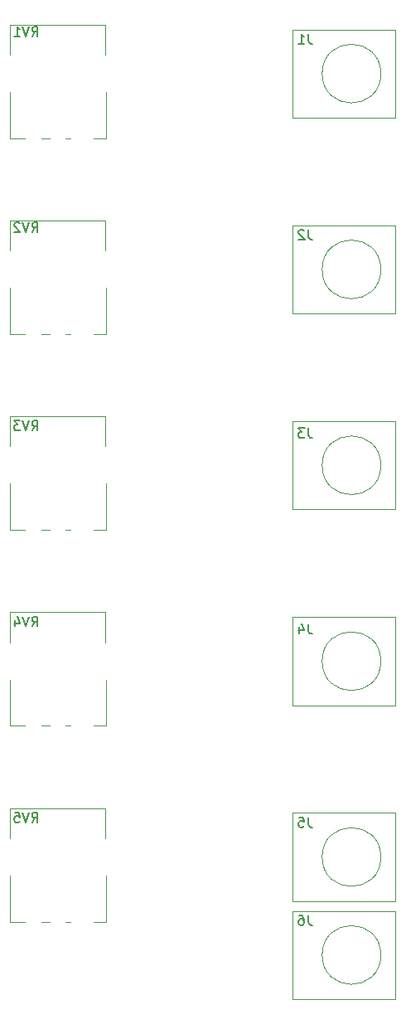
<source format=gbr>
%TF.GenerationSoftware,KiCad,Pcbnew,(6.0.2)*%
%TF.CreationDate,2022-04-27T22:08:36+02:00*%
%TF.ProjectId,4 Channel Mixer,34204368-616e-46e6-956c-204d69786572,1.1*%
%TF.SameCoordinates,Original*%
%TF.FileFunction,Legend,Bot*%
%TF.FilePolarity,Positive*%
%FSLAX46Y46*%
G04 Gerber Fmt 4.6, Leading zero omitted, Abs format (unit mm)*
G04 Created by KiCad (PCBNEW (6.0.2)) date 2022-04-27 22:08:36*
%MOMM*%
%LPD*%
G01*
G04 APERTURE LIST*
%ADD10C,0.150000*%
%ADD11C,0.120000*%
G04 APERTURE END LIST*
D10*
%TO.C,J6*%
X65583333Y-140952380D02*
X65583333Y-141666666D01*
X65630952Y-141809523D01*
X65726190Y-141904761D01*
X65869047Y-141952380D01*
X65964285Y-141952380D01*
X64678571Y-140952380D02*
X64869047Y-140952380D01*
X64964285Y-141000000D01*
X65011904Y-141047619D01*
X65107142Y-141190476D01*
X65154761Y-141380952D01*
X65154761Y-141761904D01*
X65107142Y-141857142D01*
X65059523Y-141904761D01*
X64964285Y-141952380D01*
X64773809Y-141952380D01*
X64678571Y-141904761D01*
X64630952Y-141857142D01*
X64583333Y-141761904D01*
X64583333Y-141523809D01*
X64630952Y-141428571D01*
X64678571Y-141380952D01*
X64773809Y-141333333D01*
X64964285Y-141333333D01*
X65059523Y-141380952D01*
X65107142Y-141428571D01*
X65154761Y-141523809D01*
%TO.C,J5*%
X65583333Y-130952380D02*
X65583333Y-131666666D01*
X65630952Y-131809523D01*
X65726190Y-131904761D01*
X65869047Y-131952380D01*
X65964285Y-131952380D01*
X64630952Y-130952380D02*
X65107142Y-130952380D01*
X65154761Y-131428571D01*
X65107142Y-131380952D01*
X65011904Y-131333333D01*
X64773809Y-131333333D01*
X64678571Y-131380952D01*
X64630952Y-131428571D01*
X64583333Y-131523809D01*
X64583333Y-131761904D01*
X64630952Y-131857142D01*
X64678571Y-131904761D01*
X64773809Y-131952380D01*
X65011904Y-131952380D01*
X65107142Y-131904761D01*
X65154761Y-131857142D01*
%TO.C,RV4*%
X37345238Y-111452380D02*
X37678571Y-110976190D01*
X37916666Y-111452380D02*
X37916666Y-110452380D01*
X37535714Y-110452380D01*
X37440476Y-110500000D01*
X37392857Y-110547619D01*
X37345238Y-110642857D01*
X37345238Y-110785714D01*
X37392857Y-110880952D01*
X37440476Y-110928571D01*
X37535714Y-110976190D01*
X37916666Y-110976190D01*
X37059523Y-110452380D02*
X36726190Y-111452380D01*
X36392857Y-110452380D01*
X35630952Y-110785714D02*
X35630952Y-111452380D01*
X35869047Y-110404761D02*
X36107142Y-111119047D01*
X35488095Y-111119047D01*
%TO.C,RV5*%
X37345238Y-131452380D02*
X37678571Y-130976190D01*
X37916666Y-131452380D02*
X37916666Y-130452380D01*
X37535714Y-130452380D01*
X37440476Y-130500000D01*
X37392857Y-130547619D01*
X37345238Y-130642857D01*
X37345238Y-130785714D01*
X37392857Y-130880952D01*
X37440476Y-130928571D01*
X37535714Y-130976190D01*
X37916666Y-130976190D01*
X37059523Y-130452380D02*
X36726190Y-131452380D01*
X36392857Y-130452380D01*
X35583333Y-130452380D02*
X36059523Y-130452380D01*
X36107142Y-130928571D01*
X36059523Y-130880952D01*
X35964285Y-130833333D01*
X35726190Y-130833333D01*
X35630952Y-130880952D01*
X35583333Y-130928571D01*
X35535714Y-131023809D01*
X35535714Y-131261904D01*
X35583333Y-131357142D01*
X35630952Y-131404761D01*
X35726190Y-131452380D01*
X35964285Y-131452380D01*
X36059523Y-131404761D01*
X36107142Y-131357142D01*
%TO.C,RV3*%
X37345238Y-91452380D02*
X37678571Y-90976190D01*
X37916666Y-91452380D02*
X37916666Y-90452380D01*
X37535714Y-90452380D01*
X37440476Y-90500000D01*
X37392857Y-90547619D01*
X37345238Y-90642857D01*
X37345238Y-90785714D01*
X37392857Y-90880952D01*
X37440476Y-90928571D01*
X37535714Y-90976190D01*
X37916666Y-90976190D01*
X37059523Y-90452380D02*
X36726190Y-91452380D01*
X36392857Y-90452380D01*
X36154761Y-90452380D02*
X35535714Y-90452380D01*
X35869047Y-90833333D01*
X35726190Y-90833333D01*
X35630952Y-90880952D01*
X35583333Y-90928571D01*
X35535714Y-91023809D01*
X35535714Y-91261904D01*
X35583333Y-91357142D01*
X35630952Y-91404761D01*
X35726190Y-91452380D01*
X36011904Y-91452380D01*
X36107142Y-91404761D01*
X36154761Y-91357142D01*
%TO.C,J4*%
X65583333Y-111202380D02*
X65583333Y-111916666D01*
X65630952Y-112059523D01*
X65726190Y-112154761D01*
X65869047Y-112202380D01*
X65964285Y-112202380D01*
X64678571Y-111535714D02*
X64678571Y-112202380D01*
X64916666Y-111154761D02*
X65154761Y-111869047D01*
X64535714Y-111869047D01*
%TO.C,J2*%
X65583333Y-70952380D02*
X65583333Y-71666666D01*
X65630952Y-71809523D01*
X65726190Y-71904761D01*
X65869047Y-71952380D01*
X65964285Y-71952380D01*
X65154761Y-71047619D02*
X65107142Y-71000000D01*
X65011904Y-70952380D01*
X64773809Y-70952380D01*
X64678571Y-71000000D01*
X64630952Y-71047619D01*
X64583333Y-71142857D01*
X64583333Y-71238095D01*
X64630952Y-71380952D01*
X65202380Y-71952380D01*
X64583333Y-71952380D01*
%TO.C,J1*%
X65583333Y-50952380D02*
X65583333Y-51666666D01*
X65630952Y-51809523D01*
X65726190Y-51904761D01*
X65869047Y-51952380D01*
X65964285Y-51952380D01*
X64583333Y-51952380D02*
X65154761Y-51952380D01*
X64869047Y-51952380D02*
X64869047Y-50952380D01*
X64964285Y-51095238D01*
X65059523Y-51190476D01*
X65154761Y-51238095D01*
%TO.C,RV1*%
X37345238Y-51202380D02*
X37678571Y-50726190D01*
X37916666Y-51202380D02*
X37916666Y-50202380D01*
X37535714Y-50202380D01*
X37440476Y-50250000D01*
X37392857Y-50297619D01*
X37345238Y-50392857D01*
X37345238Y-50535714D01*
X37392857Y-50630952D01*
X37440476Y-50678571D01*
X37535714Y-50726190D01*
X37916666Y-50726190D01*
X37059523Y-50202380D02*
X36726190Y-51202380D01*
X36392857Y-50202380D01*
X35535714Y-51202380D02*
X36107142Y-51202380D01*
X35821428Y-51202380D02*
X35821428Y-50202380D01*
X35916666Y-50345238D01*
X36011904Y-50440476D01*
X36107142Y-50488095D01*
%TO.C,J3*%
X65583333Y-91202380D02*
X65583333Y-91916666D01*
X65630952Y-92059523D01*
X65726190Y-92154761D01*
X65869047Y-92202380D01*
X65964285Y-92202380D01*
X65202380Y-91202380D02*
X64583333Y-91202380D01*
X64916666Y-91583333D01*
X64773809Y-91583333D01*
X64678571Y-91630952D01*
X64630952Y-91678571D01*
X64583333Y-91773809D01*
X64583333Y-92011904D01*
X64630952Y-92107142D01*
X64678571Y-92154761D01*
X64773809Y-92202380D01*
X65059523Y-92202380D01*
X65154761Y-92154761D01*
X65202380Y-92107142D01*
%TO.C,RV2*%
X37345238Y-71202380D02*
X37678571Y-70726190D01*
X37916666Y-71202380D02*
X37916666Y-70202380D01*
X37535714Y-70202380D01*
X37440476Y-70250000D01*
X37392857Y-70297619D01*
X37345238Y-70392857D01*
X37345238Y-70535714D01*
X37392857Y-70630952D01*
X37440476Y-70678571D01*
X37535714Y-70726190D01*
X37916666Y-70726190D01*
X37059523Y-70202380D02*
X36726190Y-71202380D01*
X36392857Y-70202380D01*
X36107142Y-70297619D02*
X36059523Y-70250000D01*
X35964285Y-70202380D01*
X35726190Y-70202380D01*
X35630952Y-70250000D01*
X35583333Y-70297619D01*
X35535714Y-70392857D01*
X35535714Y-70488095D01*
X35583333Y-70630952D01*
X36154761Y-71202380D01*
X35535714Y-71202380D01*
D11*
%TO.C,J6*%
X64000000Y-149500000D02*
X74500000Y-149500000D01*
X64000000Y-140500000D02*
X64000000Y-149500000D01*
X74500000Y-140500000D02*
X74500000Y-149500000D01*
X64000000Y-140500000D02*
X74500000Y-140500000D01*
X73000000Y-145000000D02*
G75*
G03*
X73000000Y-145000000I-3000000J0D01*
G01*
%TO.C,J5*%
X64000000Y-130500000D02*
X64000000Y-139500000D01*
X64000000Y-130500000D02*
X74500000Y-130500000D01*
X74500000Y-130500000D02*
X74500000Y-139500000D01*
X64000000Y-139500000D02*
X74500000Y-139500000D01*
X73000000Y-135000000D02*
G75*
G03*
X73000000Y-135000000I-3000000J0D01*
G01*
%TO.C,RV4*%
X44870000Y-113065000D02*
X44870000Y-110005000D01*
X35130000Y-110005000D02*
X44870000Y-110005000D01*
X38340000Y-121595000D02*
X39170000Y-121595000D01*
X40790000Y-121595000D02*
X41320000Y-121595000D01*
X35130000Y-113065000D02*
X35130000Y-110005000D01*
X35130000Y-121595000D02*
X35130000Y-116875000D01*
X43690000Y-121595000D02*
X44870000Y-121595000D01*
X35130000Y-121595000D02*
X36620000Y-121595000D01*
X44880000Y-121595000D02*
X44880000Y-116875000D01*
%TO.C,RV5*%
X35130000Y-141595000D02*
X35130000Y-136875000D01*
X35130000Y-141595000D02*
X36620000Y-141595000D01*
X35130000Y-133065000D02*
X35130000Y-130005000D01*
X38340000Y-141595000D02*
X39170000Y-141595000D01*
X43690000Y-141595000D02*
X44870000Y-141595000D01*
X44870000Y-133065000D02*
X44870000Y-130005000D01*
X40790000Y-141595000D02*
X41320000Y-141595000D01*
X35130000Y-130005000D02*
X44870000Y-130005000D01*
X44880000Y-141595000D02*
X44880000Y-136875000D01*
%TO.C,RV3*%
X35130000Y-90005000D02*
X44870000Y-90005000D01*
X44880000Y-101595000D02*
X44880000Y-96875000D01*
X38340000Y-101595000D02*
X39170000Y-101595000D01*
X35130000Y-101595000D02*
X35130000Y-96875000D01*
X44870000Y-93065000D02*
X44870000Y-90005000D01*
X40790000Y-101595000D02*
X41320000Y-101595000D01*
X35130000Y-93065000D02*
X35130000Y-90005000D01*
X35130000Y-101595000D02*
X36620000Y-101595000D01*
X43690000Y-101595000D02*
X44870000Y-101595000D01*
%TO.C,J4*%
X64000000Y-110500000D02*
X74500000Y-110500000D01*
X64000000Y-110500000D02*
X64000000Y-119500000D01*
X64000000Y-119500000D02*
X74500000Y-119500000D01*
X74500000Y-110500000D02*
X74500000Y-119500000D01*
X73000000Y-115000000D02*
G75*
G03*
X73000000Y-115000000I-3000000J0D01*
G01*
%TO.C,J2*%
X64000000Y-70500000D02*
X64000000Y-79500000D01*
X74500000Y-70500000D02*
X74500000Y-79500000D01*
X64000000Y-70500000D02*
X74500000Y-70500000D01*
X64000000Y-79500000D02*
X74500000Y-79500000D01*
X73000000Y-75000000D02*
G75*
G03*
X73000000Y-75000000I-3000000J0D01*
G01*
%TO.C,J1*%
X64000000Y-50500000D02*
X64000000Y-59500000D01*
X64000000Y-59500000D02*
X74500000Y-59500000D01*
X64000000Y-50500000D02*
X74500000Y-50500000D01*
X74500000Y-50500000D02*
X74500000Y-59500000D01*
X73000000Y-55000000D02*
G75*
G03*
X73000000Y-55000000I-3000000J0D01*
G01*
%TO.C,RV1*%
X38340000Y-61595000D02*
X39170000Y-61595000D01*
X35130000Y-53065000D02*
X35130000Y-50005000D01*
X35130000Y-61595000D02*
X36620000Y-61595000D01*
X35130000Y-61595000D02*
X35130000Y-56875000D01*
X40790000Y-61595000D02*
X41320000Y-61595000D01*
X44880000Y-61595000D02*
X44880000Y-56875000D01*
X43690000Y-61595000D02*
X44870000Y-61595000D01*
X44870000Y-53065000D02*
X44870000Y-50005000D01*
X35130000Y-50005000D02*
X44870000Y-50005000D01*
%TO.C,J3*%
X64000000Y-99500000D02*
X74500000Y-99500000D01*
X64000000Y-90500000D02*
X64000000Y-99500000D01*
X74500000Y-90500000D02*
X74500000Y-99500000D01*
X64000000Y-90500000D02*
X74500000Y-90500000D01*
X73000000Y-95000000D02*
G75*
G03*
X73000000Y-95000000I-3000000J0D01*
G01*
%TO.C,RV2*%
X43690000Y-81595000D02*
X44870000Y-81595000D01*
X35130000Y-73065000D02*
X35130000Y-70005000D01*
X40790000Y-81595000D02*
X41320000Y-81595000D01*
X35130000Y-81595000D02*
X35130000Y-76875000D01*
X35130000Y-81595000D02*
X36620000Y-81595000D01*
X38340000Y-81595000D02*
X39170000Y-81595000D01*
X44880000Y-81595000D02*
X44880000Y-76875000D01*
X35130000Y-70005000D02*
X44870000Y-70005000D01*
X44870000Y-73065000D02*
X44870000Y-70005000D01*
%TD*%
M02*

</source>
